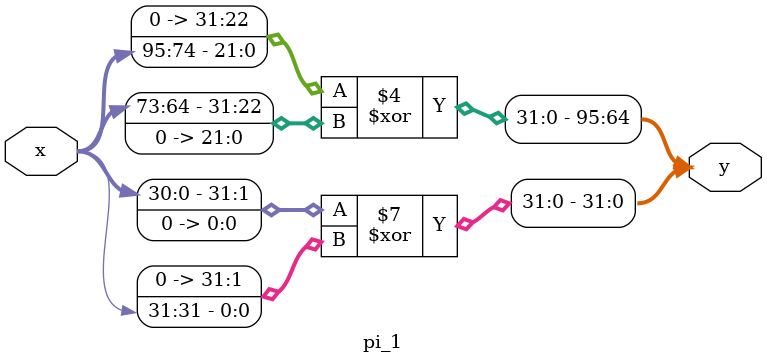
<source format=sv>
module pi_1(
  input  logic [95:0] x,
  output logic [95:0] y
);

always @(x) begin
y[95:64]=(x[95:64]>>10)^(x[95:64]<<22);
y[31:0]=(x[31:0]<<1)^(x[31:0]>>31);
end

endmodule

</source>
